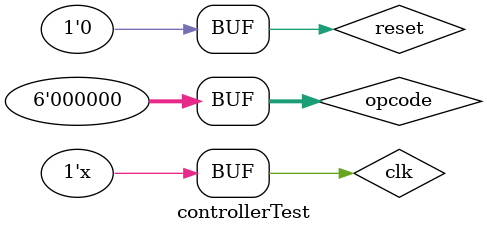
<source format=v>
`timescale 1ns / 1ps

module controllerTest;

	// Inputs
	reg [5:0] opcode;
	reg clk;
	reg reset;

	// Outputs
	wire PCWrite;
	wire PCWriteCond;
	wire DMEMWrite;
	wire IRWrite;
	wire [1:0] MemtoReg;
	wire [1:0] PCSource;
	wire [3:0] ALUSel;
	wire ALUSrcA;
	wire [1:0] ALUSrcB;
	wire RegWrite;
	wire RegReadSel;

	// Instantiate the Unit Under Test (UUT)
	controller uut (
		.opcode(opcode),
		.clk(clk),
		.reset(reset),
		.PCWrite(PCWrite),
		.PCWriteCond(PCWriteCond),
		.DMEMWrite(DMEMWrite),
		.IRWrite(IRWrite),
		.MemtoReg(MemtoReg),
		.PCSource(PCSource),
		.ALUSel(ALUSel),
		.ALUSrcA(ALUSrcA),
		.ALUSrcB(ALUSrcB),
		.RegWrite(RegWrite),
		.RegReadSel(RegReadSel)
	);

	always
	#5 clk = ~clk;

	initial begin
		// Initialize Inputs
		opcode = 0;
		clk = 0;
		reset = 1;

		// Wait 100 ns for global reset to finish
		#100;

		// Add stimulus here
		// clear reset
		reset = 0;

		// type				  //FN		// state sequence

		// R-TYPE
		opcode <= 6'b010000; //MOV		0 1 2 6
		#55;
		opcode <= 6'b010001; //NOT		0 1 2 6
		#40;
		opcode <= 6'b010010; //ADD		0 1 2 6
		#40;
		opcode <= 6'b010011; //SUB		0 1 2 6
		#40;
		opcode <= 6'b010100; //OR		0 1 2 6
		#40;
		opcode <= 6'b010101; //AND		0 1 2 6
		#40;
		opcode <= 6'b010110; //XOR		0 1 2 6
		#40;
		opcode <= 6'b010111; //SLT		0 1 2 6


		// JUMP
		opcode <= 6'b000001; // J		0 1 14 12
		#30;
		// BRANCH
		opcode <= 6'b100000; //BEQ		0 1 14 11
		#30;
		// I-type
		opcode <= 6'b110010; // ADDI	0 1 3 6
		#40;
		opcode <= 6'b110011; // SUBI	0 1 3 6
		#40;
		opcode <= 6'b110100; // ORI		0 1 4 6
		#40;
		opcode <= 6'b110101; // ANDI	0 1 4 6
		#40;
		opcode <= 6'b110110; // XORI	0 1 4 6
		#40;
		opcode <= 6'b110111; // SLTI	0 1 3 6
		#40;
		opcode <= 6'b111001; // LI		0 1 14 9
		#40;
		opcode <= 6'b111010; // LUI		0 1 14 10
		#40;
		opcode <= 6'b111011; // LWI		0 1 5 7
		#40;
		opcode <= 6'b111100; // SWI		0 1 14 8
		#40;
		reset <= 1;
		#20;
		reset <= 0;
		opcode <= 6'b000000; // NOP		0 1

	end

endmodule

</source>
